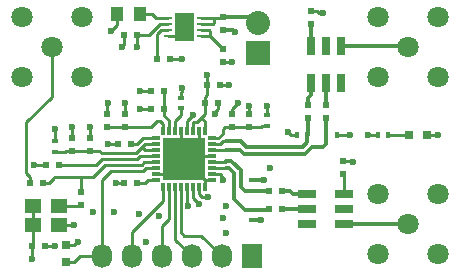
<source format=gtl>
G04 #@! TF.FileFunction,Copper,L1,Top,Signal*
%FSLAX46Y46*%
G04 Gerber Fmt 4.6, Leading zero omitted, Abs format (unit mm)*
G04 Created by KiCad (PCBNEW 4.0.2-stable) date Mon 07 Mar 2016 02:36:46 PM HST*
%MOMM*%
G01*
G04 APERTURE LIST*
%ADD10C,0.100000*%
%ADD11R,0.600000X0.500000*%
%ADD12R,0.600000X0.400000*%
%ADD13R,1.000000X1.250000*%
%ADD14R,0.500000X0.600000*%
%ADD15R,0.400000X0.600000*%
%ADD16R,2.032000X2.032000*%
%ADD17O,2.032000X2.032000*%
%ADD18R,1.727200X2.032000*%
%ADD19O,1.727200X2.032000*%
%ADD20C,1.800000*%
%ADD21R,0.700000X0.250000*%
%ADD22R,0.830000X1.190000*%
%ADD23R,1.650000X0.760000*%
%ADD24R,0.760000X1.650000*%
%ADD25R,0.300000X0.700000*%
%ADD26R,0.700000X0.300000*%
%ADD27R,3.600000X3.600000*%
%ADD28R,1.400000X1.200000*%
%ADD29R,0.797560X0.797560*%
%ADD30C,0.600000*%
%ADD31C,0.250000*%
%ADD32C,0.350000*%
G04 APERTURE END LIST*
D10*
D11*
X134900000Y-107600000D03*
X136000000Y-107600000D03*
X143800000Y-89750000D03*
X142700000Y-89750000D03*
D12*
X153550000Y-102050000D03*
X153550000Y-102950000D03*
D11*
X156100000Y-103000000D03*
X155000000Y-103000000D03*
D13*
X144050000Y-88000000D03*
X142050000Y-88000000D03*
D11*
X145500000Y-91750000D03*
X146600000Y-91750000D03*
D14*
X151050000Y-90950000D03*
X151050000Y-92050000D03*
X151050000Y-88250000D03*
X151050000Y-89350000D03*
D11*
X156100000Y-104500000D03*
X155000000Y-104500000D03*
D14*
X159750000Y-95700000D03*
X159750000Y-96800000D03*
X158250000Y-95700000D03*
X158250000Y-96800000D03*
X161250000Y-101550000D03*
X161250000Y-100450000D03*
D11*
X149500000Y-95500000D03*
X150600000Y-95500000D03*
D14*
X158500000Y-88800000D03*
X158500000Y-87700000D03*
D11*
X142700000Y-102250000D03*
X143800000Y-102250000D03*
X142200000Y-99000000D03*
X143300000Y-99000000D03*
D14*
X142750000Y-96450000D03*
X142750000Y-97550000D03*
X141250000Y-96450000D03*
X141250000Y-97550000D03*
D11*
X144950000Y-96000000D03*
X146050000Y-96000000D03*
X144950000Y-94500000D03*
X146050000Y-94500000D03*
D12*
X153550000Y-105450000D03*
X153550000Y-104550000D03*
D15*
X160700000Y-98250000D03*
X159800000Y-98250000D03*
X157300000Y-98250000D03*
X158200000Y-98250000D03*
D16*
X154050000Y-91290000D03*
D17*
X154050000Y-88750000D03*
D18*
X153500000Y-108500000D03*
D19*
X150960000Y-108500000D03*
X148420000Y-108500000D03*
X145880000Y-108500000D03*
X143340000Y-108500000D03*
X140800000Y-108500000D03*
D20*
X166750000Y-105750000D03*
X169290000Y-108290000D03*
X164210000Y-108290000D03*
X164210000Y-103210000D03*
X169290000Y-103210000D03*
X166750000Y-90750000D03*
X164210000Y-88210000D03*
X169290000Y-88210000D03*
X169290000Y-93290000D03*
X164210000Y-93290000D03*
D12*
X147500000Y-95050000D03*
X147500000Y-95950000D03*
D21*
X146400000Y-88345000D03*
X146400000Y-88845000D03*
X146400000Y-89345000D03*
X146400000Y-89845000D03*
X149200000Y-89845000D03*
X149200000Y-89345000D03*
X149200000Y-88845000D03*
X149200000Y-88345000D03*
D22*
X148215000Y-89690000D03*
X148215000Y-88500000D03*
X147385000Y-89690000D03*
X147385000Y-88500000D03*
D23*
X158160000Y-104500000D03*
X158160000Y-103230000D03*
X161340000Y-103230000D03*
X161340000Y-104500000D03*
X161340000Y-105770000D03*
X158160000Y-105770000D03*
D24*
X159750000Y-93840000D03*
X158480000Y-93840000D03*
X158480000Y-90660000D03*
X159750000Y-90660000D03*
X161020000Y-90660000D03*
X161020000Y-93840000D03*
D25*
X146000000Y-102650000D03*
X146500000Y-102650000D03*
X147000000Y-102650000D03*
X147500000Y-102650000D03*
X148000000Y-102650000D03*
X148500000Y-102650000D03*
X149000000Y-102650000D03*
X149500000Y-102650000D03*
D26*
X150150000Y-102000000D03*
X150150000Y-101500000D03*
X150150000Y-101000000D03*
X150150000Y-100500000D03*
X150150000Y-100000000D03*
X150150000Y-99500000D03*
X150150000Y-99000000D03*
X150150000Y-98500000D03*
D25*
X149500000Y-97850000D03*
X149000000Y-97850000D03*
X148500000Y-97850000D03*
X148000000Y-97850000D03*
X147500000Y-97850000D03*
X147000000Y-97850000D03*
X146500000Y-97850000D03*
X146000000Y-97850000D03*
D26*
X145350000Y-98500000D03*
X145350000Y-99000000D03*
X145350000Y-99500000D03*
X145350000Y-100000000D03*
X145350000Y-100500000D03*
X145350000Y-101000000D03*
X145350000Y-101500000D03*
X145350000Y-102000000D03*
D27*
X147750000Y-100250000D03*
D11*
X149700000Y-94000000D03*
X150800000Y-94000000D03*
X135800000Y-102250000D03*
X134700000Y-102250000D03*
D14*
X139050000Y-104150000D03*
X139050000Y-103050000D03*
D11*
X136050000Y-100750000D03*
X137150000Y-100750000D03*
D20*
X136550000Y-90750000D03*
X134010000Y-88210000D03*
X139090000Y-88210000D03*
X139090000Y-93290000D03*
X134010000Y-93290000D03*
D14*
X139800000Y-99550000D03*
X139800000Y-98450000D03*
X153300000Y-97550000D03*
X153300000Y-96450000D03*
X138300000Y-99550000D03*
X138300000Y-98450000D03*
X151800000Y-97550000D03*
X151800000Y-96450000D03*
D12*
X154800000Y-97450000D03*
X154800000Y-96550000D03*
X136800000Y-99650000D03*
X136800000Y-98750000D03*
D28*
X134950000Y-105800000D03*
X137150000Y-105800000D03*
X134950000Y-104200000D03*
X137150000Y-104200000D03*
D29*
X168299300Y-98250000D03*
X166800700Y-98250000D03*
X137800000Y-109000000D03*
X137800000Y-107501400D03*
D15*
X164150000Y-98250000D03*
X165050000Y-98250000D03*
D30*
X169300000Y-98250000D03*
X134900000Y-108750000D03*
X143800000Y-90750000D03*
X161800000Y-98250000D03*
X156550000Y-98000000D03*
X143983052Y-104933052D03*
X149700000Y-93100000D03*
X154800000Y-95750000D03*
X151050000Y-102000000D03*
X154500000Y-102050000D03*
X154250000Y-105450000D03*
X136800000Y-97750000D03*
X149018104Y-104074178D03*
X159512000Y-87884000D03*
X140050000Y-104750000D03*
X163300000Y-98250000D03*
X147800000Y-99000000D03*
X147800000Y-101500000D03*
X149050000Y-100250000D03*
X146550000Y-100250000D03*
X146550000Y-101500000D03*
X149050000Y-101500000D03*
X149000000Y-99000000D03*
X146550000Y-99000000D03*
X141550000Y-89375000D03*
X142550000Y-90750000D03*
X138450000Y-105800000D03*
X136850000Y-107600000D03*
X151300000Y-106500000D03*
X151050000Y-105250000D03*
X151350000Y-104250000D03*
X147550000Y-91750000D03*
X148215000Y-88500000D03*
X147385000Y-88500000D03*
X147385000Y-89690000D03*
X148215000Y-89690000D03*
X151800000Y-92000000D03*
X152050000Y-89500000D03*
X147750000Y-100250000D03*
X144550000Y-107250000D03*
X145616948Y-105066948D03*
X147550000Y-94250000D03*
X151550000Y-94000000D03*
X150350000Y-96450000D03*
X152300000Y-95500000D03*
X153300000Y-95750000D03*
X155050000Y-101000000D03*
X135050000Y-100750000D03*
X139800000Y-97500000D03*
X138300000Y-97500000D03*
X141300000Y-99000000D03*
X141800000Y-104750000D03*
X162050000Y-100500000D03*
X141300000Y-95500000D03*
X142800000Y-95500000D03*
X144050000Y-94500000D03*
X144050000Y-96000000D03*
X142000000Y-102250000D03*
X149800000Y-103500000D03*
X148550000Y-96500000D03*
X148125010Y-104250000D03*
X138800000Y-107250000D03*
D31*
X168299300Y-98250000D02*
X169300000Y-98250000D01*
X134950000Y-105800000D02*
X134950000Y-104200000D01*
X134900000Y-107600000D02*
X134900000Y-108750000D01*
X134950000Y-105800000D02*
X134950000Y-107550000D01*
X134950000Y-107550000D02*
X134900000Y-107600000D01*
X143800000Y-89750000D02*
X143800000Y-90750000D01*
X143800000Y-89750000D02*
X144550000Y-89750000D01*
X145705000Y-88845000D02*
X144800000Y-89750000D01*
X144800000Y-89750000D02*
X144550000Y-89750000D01*
X146400000Y-88845000D02*
X145705000Y-88845000D01*
X160700000Y-98250000D02*
X161800000Y-98250000D01*
X157300000Y-98250000D02*
X156800000Y-98250000D01*
X156800000Y-98250000D02*
X156550000Y-98000000D01*
X149018104Y-104074178D02*
X148500000Y-103556074D01*
X148500000Y-103556074D02*
X148500000Y-102650000D01*
X149700000Y-94000000D02*
X149700000Y-93100000D01*
X149700000Y-94000000D02*
X149700000Y-94800000D01*
X149500000Y-95000000D02*
X149500000Y-95500000D01*
X149700000Y-94800000D02*
X149500000Y-95000000D01*
X149225002Y-96750000D02*
X149550000Y-96425002D01*
X149550000Y-96425002D02*
X149550000Y-95550000D01*
X149550000Y-95550000D02*
X149500000Y-95500000D01*
X148850001Y-97125001D02*
X149225002Y-96750000D01*
X149500000Y-97850000D02*
X149500000Y-97024998D01*
X149500000Y-97024998D02*
X149225002Y-96750000D01*
X148500000Y-97850000D02*
X148500000Y-97186410D01*
X148500000Y-97186410D02*
X148561409Y-97125001D01*
X148561409Y-97125001D02*
X148850001Y-97125001D01*
X154800000Y-96550000D02*
X154800000Y-95750000D01*
X150999980Y-101699980D02*
X150999980Y-101949980D01*
X150999980Y-101949980D02*
X151050000Y-102000000D01*
D32*
X153550000Y-102050000D02*
X154500000Y-102050000D01*
X153550000Y-105450000D02*
X154250000Y-105450000D01*
D31*
X150150000Y-101500000D02*
X150800000Y-101500000D01*
X150800000Y-101500000D02*
X150999980Y-101699980D01*
X136800000Y-98300000D02*
X136800000Y-97750000D01*
X136800000Y-98750000D02*
X136800000Y-98300000D01*
X149050000Y-104042282D02*
X149018104Y-104074178D01*
X159184000Y-87884000D02*
X159512000Y-87884000D01*
X158500000Y-87700000D02*
X159000000Y-87700000D01*
X159000000Y-87700000D02*
X159184000Y-87884000D01*
X164150000Y-98250000D02*
X163300000Y-98250000D01*
X142050000Y-88000000D02*
X142050000Y-88875000D01*
X142050000Y-88875000D02*
X141550000Y-89375000D01*
X142700000Y-90600000D02*
X142550000Y-90750000D01*
X142700000Y-89750000D02*
X142700000Y-90600000D01*
X137150000Y-105800000D02*
X138450000Y-105800000D01*
X136550000Y-107600000D02*
X136850000Y-107600000D01*
X136000000Y-107600000D02*
X136550000Y-107600000D01*
X146600000Y-91750000D02*
X147550000Y-91750000D01*
X146400000Y-89845000D02*
X147230000Y-89845000D01*
X147230000Y-89845000D02*
X147385000Y-89690000D01*
X151050000Y-92050000D02*
X151750000Y-92050000D01*
X151750000Y-92050000D02*
X151800000Y-92000000D01*
D32*
X151050000Y-89350000D02*
X151900000Y-89350000D01*
X151900000Y-89350000D02*
X152050000Y-89500000D01*
D31*
X145350000Y-101500000D02*
X146500000Y-101500000D01*
X146500000Y-101500000D02*
X147750000Y-100250000D01*
X147550000Y-94550000D02*
X147550000Y-94250000D01*
X147500000Y-95050000D02*
X147500000Y-94600000D01*
X147500000Y-94600000D02*
X147550000Y-94550000D01*
X150800000Y-94000000D02*
X151550000Y-94000000D01*
X150350000Y-96250000D02*
X150350000Y-96450000D01*
X150600000Y-95500000D02*
X150600000Y-96000000D01*
X150600000Y-96000000D02*
X150350000Y-96250000D01*
X151800000Y-96000000D02*
X152300000Y-95500000D01*
X151800000Y-96400000D02*
X151800000Y-96000000D01*
X151800000Y-96450000D02*
X151800000Y-96400000D01*
X153300000Y-96450000D02*
X153300000Y-95750000D01*
X136050000Y-100750000D02*
X135050000Y-100750000D01*
X139800000Y-98450000D02*
X139800000Y-97500000D01*
X138300000Y-98450000D02*
X138300000Y-97500000D01*
X142200000Y-99000000D02*
X141300000Y-99000000D01*
X150150000Y-100000000D02*
X148000000Y-100000000D01*
X148000000Y-100000000D02*
X147750000Y-100250000D01*
X161250000Y-100450000D02*
X162000000Y-100450000D01*
X162000000Y-100450000D02*
X162050000Y-100500000D01*
X141250000Y-96450000D02*
X141250000Y-95550000D01*
X141250000Y-95550000D02*
X141300000Y-95500000D01*
X142750000Y-96450000D02*
X142750000Y-95550000D01*
X142750000Y-95550000D02*
X142800000Y-95500000D01*
X144950000Y-94500000D02*
X144050000Y-94500000D01*
X144950000Y-96000000D02*
X144050000Y-96000000D01*
X142700000Y-102250000D02*
X142000000Y-102250000D01*
X147500000Y-97850000D02*
X147500000Y-100000000D01*
X147500000Y-100000000D02*
X147750000Y-100250000D01*
X149000000Y-97850000D02*
X149000000Y-99000000D01*
X149000000Y-99000000D02*
X147750000Y-100250000D01*
X149500000Y-102650000D02*
X149500000Y-102000000D01*
X149500000Y-102000000D02*
X147750000Y-100250000D01*
X150150000Y-102000000D02*
X149500000Y-102000000D01*
X149500000Y-102000000D02*
X147750000Y-100250000D01*
X145050000Y-88000000D02*
X145395000Y-88345000D01*
X145395000Y-88345000D02*
X146400000Y-88345000D01*
X144050000Y-88000000D02*
X145050000Y-88000000D01*
X146400000Y-89345000D02*
X145800000Y-89345000D01*
X145500000Y-89645000D02*
X145500000Y-91250000D01*
X145800000Y-89345000D02*
X145500000Y-89645000D01*
X145500000Y-91250000D02*
X145500000Y-91750000D01*
X149895000Y-89345000D02*
X149995000Y-89445000D01*
X149995000Y-89445000D02*
X149995000Y-89845000D01*
X149200000Y-89345000D02*
X149895000Y-89345000D01*
X149200000Y-89845000D02*
X149995000Y-89845000D01*
X149995000Y-89845000D02*
X151050000Y-90900000D01*
X151050000Y-90900000D02*
X151050000Y-90950000D01*
D32*
X151050000Y-88250000D02*
X154050000Y-88250000D01*
X154050000Y-88250000D02*
X154550000Y-88750000D01*
D31*
X149200000Y-88345000D02*
X150300000Y-88345000D01*
X150300000Y-88345000D02*
X150955000Y-88345000D01*
X150205000Y-88845000D02*
X150300000Y-88750000D01*
X150300000Y-88750000D02*
X150300000Y-88345000D01*
X149200000Y-88845000D02*
X150205000Y-88845000D01*
X150955000Y-88345000D02*
X151050000Y-88250000D01*
D32*
X156100000Y-104500000D02*
X158160000Y-104500000D01*
X153550000Y-104550000D02*
X152900000Y-104550000D01*
X152900000Y-104550000D02*
X151999990Y-103649990D01*
X151999990Y-103649990D02*
X151999990Y-101449990D01*
X151999990Y-101449990D02*
X151550000Y-101000000D01*
X151550000Y-101000000D02*
X151300000Y-101000000D01*
X153550000Y-104550000D02*
X154950000Y-104550000D01*
X154950000Y-104550000D02*
X155000000Y-104500000D01*
D31*
X150800000Y-101000000D02*
X151300000Y-101000000D01*
X150150000Y-101000000D02*
X150800000Y-101000000D01*
D32*
X158160000Y-103230000D02*
X156985000Y-103230000D01*
X156985000Y-103230000D02*
X156755000Y-103000000D01*
X156755000Y-103000000D02*
X156100000Y-103000000D01*
D31*
X150150000Y-100500000D02*
X151249990Y-100500000D01*
X151249990Y-100500000D02*
X151300000Y-100449990D01*
D32*
X151777821Y-100449990D02*
X151300000Y-100449990D01*
X151827831Y-100500000D02*
X151777821Y-100449990D01*
X152550000Y-101250000D02*
X152550000Y-101222169D01*
X152550000Y-101222169D02*
X151827831Y-100500000D01*
X152550000Y-102600000D02*
X152550000Y-101250000D01*
X153550000Y-102950000D02*
X152900000Y-102950000D01*
X152900000Y-102950000D02*
X152550000Y-102600000D01*
X155000000Y-103000000D02*
X153600000Y-103000000D01*
X153600000Y-103000000D02*
X153550000Y-102950000D01*
X159750000Y-93840000D02*
X159750000Y-95700000D01*
X159750000Y-96800000D02*
X159750000Y-97500000D01*
X158027821Y-99800010D02*
X158577831Y-99250000D01*
X159750000Y-97500000D02*
X159750000Y-98200000D01*
X151300000Y-99500000D02*
X152522169Y-99500000D01*
X152522169Y-99500000D02*
X152822179Y-99800010D01*
X152822179Y-99800010D02*
X158027821Y-99800010D01*
X159800000Y-97550000D02*
X159750000Y-97500000D01*
X158577831Y-99250000D02*
X159550000Y-99250000D01*
X159550000Y-99250000D02*
X159800000Y-99000000D01*
X159800000Y-99000000D02*
X159800000Y-97550000D01*
D31*
X150150000Y-99500000D02*
X151300000Y-99500000D01*
D32*
X159750000Y-98200000D02*
X159800000Y-98250000D01*
X158480000Y-93840000D02*
X158480000Y-94820000D01*
X158250000Y-95050000D02*
X158250000Y-95700000D01*
X158480000Y-94820000D02*
X158250000Y-95050000D01*
D31*
X150150000Y-99000000D02*
X150800000Y-99000000D01*
X151050000Y-98750000D02*
X151550000Y-98750000D01*
X150800000Y-99000000D02*
X151050000Y-98750000D01*
D32*
X158200000Y-98250000D02*
X158200000Y-98850000D01*
X152550000Y-98750000D02*
X151550000Y-98750000D01*
X151550000Y-98750000D02*
X151300000Y-98750000D01*
X153050000Y-99250000D02*
X152550000Y-98750000D01*
X157800000Y-99250000D02*
X153050000Y-99250000D01*
X158200000Y-98850000D02*
X157800000Y-99250000D01*
X158250000Y-96800000D02*
X158250000Y-98200000D01*
X158250000Y-98200000D02*
X158200000Y-98250000D01*
D31*
X161340000Y-103230000D02*
X161340000Y-101640000D01*
X161340000Y-101640000D02*
X161250000Y-101550000D01*
D32*
X158480000Y-90660000D02*
X158480000Y-88820000D01*
X158480000Y-88820000D02*
X158500000Y-88800000D01*
D31*
X145350000Y-102000000D02*
X144750000Y-102000000D01*
X144500000Y-102250000D02*
X143800000Y-102250000D01*
X144750000Y-102000000D02*
X144500000Y-102250000D01*
X143300000Y-99000000D02*
X143750000Y-99000000D01*
X144250000Y-98500000D02*
X145350000Y-98500000D01*
X143750000Y-99000000D02*
X144250000Y-98500000D01*
X141250000Y-97550000D02*
X142750000Y-97550000D01*
X142750000Y-97550000D02*
X144950000Y-97550000D01*
X146000000Y-97250000D02*
X146000000Y-97850000D01*
X145750000Y-97000000D02*
X146000000Y-97250000D01*
X145500000Y-97000000D02*
X145750000Y-97000000D01*
X144950000Y-97550000D02*
X145500000Y-97000000D01*
X146050000Y-94500000D02*
X146050000Y-96000000D01*
X146500000Y-97850000D02*
X146500000Y-97000000D01*
X146050000Y-96550000D02*
X146050000Y-96000000D01*
X146500000Y-97000000D02*
X146050000Y-96550000D01*
X147500000Y-102650000D02*
X147500000Y-106450000D01*
X149210000Y-106750000D02*
X150960000Y-108500000D01*
X147800000Y-106750000D02*
X149210000Y-106750000D01*
X147500000Y-106450000D02*
X147800000Y-106750000D01*
X147000000Y-102650000D02*
X147000000Y-107080000D01*
X147000000Y-107080000D02*
X148420000Y-108500000D01*
X146500000Y-102650000D02*
X146500000Y-105300000D01*
X145880000Y-105920000D02*
X145880000Y-108500000D01*
X146500000Y-105300000D02*
X145880000Y-105920000D01*
X146000000Y-102650000D02*
X146000000Y-103800000D01*
X143340000Y-106460000D02*
X143340000Y-108500000D01*
X146000000Y-103800000D02*
X143340000Y-106460000D01*
X138948780Y-108500000D02*
X140800000Y-108500000D01*
X137800000Y-109000000D02*
X138448780Y-109000000D01*
X138448780Y-109000000D02*
X138948780Y-108500000D01*
X145350000Y-101000000D02*
X144550000Y-101000000D01*
X140800000Y-102000000D02*
X140800000Y-108500000D01*
X141550000Y-101250000D02*
X140800000Y-102000000D01*
X144300000Y-101250000D02*
X141550000Y-101250000D01*
X144550000Y-101000000D02*
X144300000Y-101250000D01*
D32*
X161340000Y-105770000D02*
X166730000Y-105770000D01*
X166730000Y-105770000D02*
X166750000Y-105750000D01*
X161020000Y-90660000D02*
X166660000Y-90660000D01*
X166660000Y-90660000D02*
X166750000Y-90750000D01*
D31*
X147000000Y-97850000D02*
X147000000Y-97050000D01*
X147500000Y-96550000D02*
X147500000Y-95950000D01*
X147000000Y-97050000D02*
X147500000Y-96550000D01*
X149264998Y-103500000D02*
X149800000Y-103500000D01*
X149000000Y-102650000D02*
X149000000Y-103235002D01*
X149000000Y-103235002D02*
X149264998Y-103500000D01*
X148024999Y-97025001D02*
X148550000Y-96500000D01*
X148000000Y-97850000D02*
X148000000Y-97550000D01*
X148024999Y-97525001D02*
X148024999Y-97025001D01*
X148000000Y-97550000D02*
X148024999Y-97525001D01*
X140050000Y-101750000D02*
X139050000Y-101750000D01*
X139050000Y-101750000D02*
X138300000Y-101750000D01*
X139050000Y-103050000D02*
X139050000Y-101750000D01*
X136750000Y-101800000D02*
X136750000Y-101850000D01*
X136750000Y-101850000D02*
X136350000Y-102250000D01*
X136350000Y-102250000D02*
X135800000Y-102250000D01*
X138350000Y-101800000D02*
X136750000Y-101800000D01*
X138350000Y-101800000D02*
X138300000Y-101750000D01*
X141050000Y-100750000D02*
X140050000Y-101750000D01*
X144163590Y-100750000D02*
X141050000Y-100750000D01*
X145350000Y-100500000D02*
X144413590Y-100500000D01*
X144413590Y-100500000D02*
X144163590Y-100750000D01*
X134424999Y-97125001D02*
X136550000Y-95000000D01*
X136550000Y-95000000D02*
X136550000Y-90750000D01*
X134700000Y-102250000D02*
X134700000Y-101750000D01*
X134700000Y-101750000D02*
X134424999Y-101474999D01*
X134424999Y-101474999D02*
X134424999Y-97125001D01*
X137150000Y-104200000D02*
X139000000Y-104200000D01*
X139000000Y-104200000D02*
X139050000Y-104150000D01*
X140800000Y-100250000D02*
X140300000Y-100750000D01*
X140300000Y-100750000D02*
X137150000Y-100750000D01*
X143821412Y-100250000D02*
X140800000Y-100250000D01*
X145350000Y-100000000D02*
X144071412Y-100000000D01*
X144071412Y-100000000D02*
X143821412Y-100250000D01*
X148000000Y-103950000D02*
X148125010Y-104075010D01*
X148125010Y-104075010D02*
X148125010Y-104250000D01*
X148000000Y-102650000D02*
X148000000Y-103950000D01*
X137750000Y-99550000D02*
X137650000Y-99650000D01*
X137650000Y-99650000D02*
X136800000Y-99650000D01*
X138300000Y-99550000D02*
X137750000Y-99550000D01*
X139800000Y-99550000D02*
X138300000Y-99550000D01*
X140800000Y-99750000D02*
X140600000Y-99550000D01*
X140600000Y-99550000D02*
X139800000Y-99550000D01*
X143685002Y-99750000D02*
X140800000Y-99750000D01*
X144435002Y-99000000D02*
X144185002Y-99250000D01*
X144185002Y-99250000D02*
X143685002Y-99750000D01*
X145350000Y-99500000D02*
X144435002Y-99500000D01*
X144435002Y-99500000D02*
X144185002Y-99250000D01*
X145350000Y-99000000D02*
X144435002Y-99000000D01*
X154250000Y-97550000D02*
X154350000Y-97450000D01*
X154350000Y-97450000D02*
X154800000Y-97450000D01*
X153300000Y-97550000D02*
X154250000Y-97550000D01*
X151800000Y-97550000D02*
X153300000Y-97550000D01*
X151050000Y-97750000D02*
X151250000Y-97550000D01*
X151250000Y-97550000D02*
X151800000Y-97550000D01*
X151050000Y-98113590D02*
X151050000Y-97750000D01*
X150663590Y-98500000D02*
X151050000Y-98113590D01*
X150150000Y-98500000D02*
X150663590Y-98500000D01*
X166800700Y-98250000D02*
X165050000Y-98250000D01*
X138700180Y-107250000D02*
X138800000Y-107250000D01*
X137800000Y-107501400D02*
X138448780Y-107501400D01*
X138448780Y-107501400D02*
X138700180Y-107250000D01*
M02*

</source>
